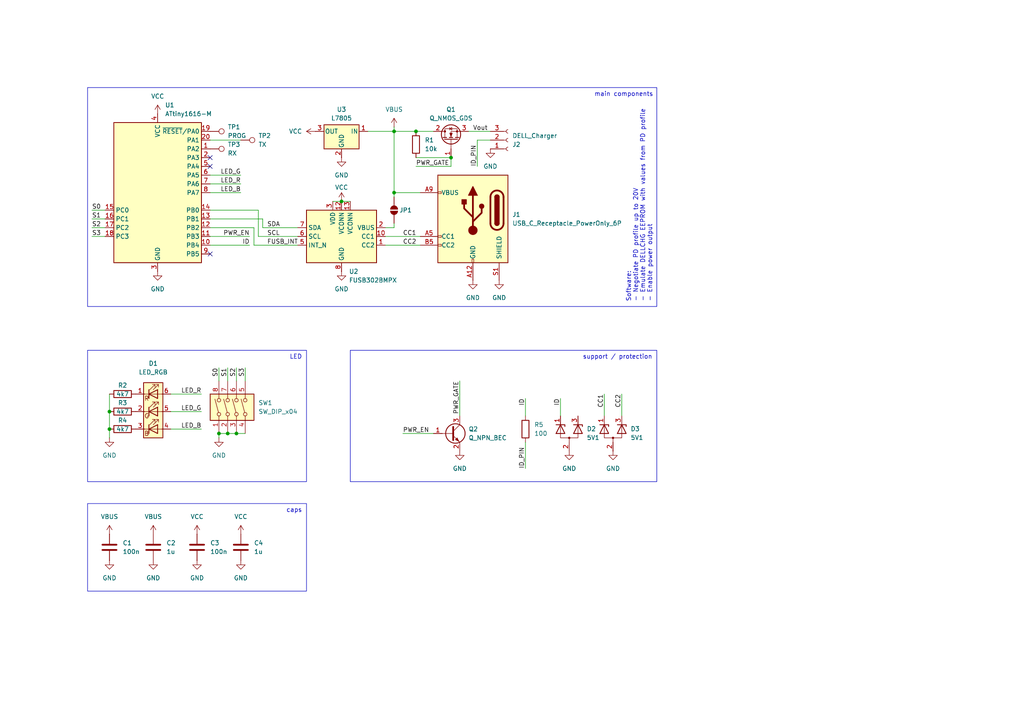
<source format=kicad_sch>
(kicad_sch (version 20250114) (generator "eeschema") (generator_version "9.0")
  (paper "A4")
  (title_block (title "USB Type-C to legacy Charging-Connector Adapter") (date "2025") (rev "v0.1") (company "H3"))
  (lib_symbols
    (symbol "Connector:Conn_01x03_Socket" (pin_names (offset 1.016) (hide yes))
      (property "Reference" "J" (at 0 5.08 0))
      (property "Value" "Conn_01x03_Socket" (at 0 -5.08 0))
      (symbol "Conn_01x03_Socket_1_1"
        (polyline (pts (xy -1.27 2.54) (xy -0.508 2.54)) (stroke (width 0.1524)))
        (polyline (pts (xy -1.27 0) (xy -0.508 0)) (stroke (width 0.1524)))
        (polyline (pts (xy -1.27 -2.54) (xy -0.508 -2.54)) (stroke (width 0.1524)))
        (arc (start 0 2.032) (mid -0.5058 2.54) (end 0 3.048) (stroke (width 0.1524)))
        (arc (start 0 -0.508) (mid -0.5058 0) (end 0 0.508) (stroke (width 0.1524)))
        (arc (start 0 -3.048) (mid -0.5058 -2.54) (end 0 -2.032) (stroke (width 0.1524)))
        (pin passive line (at -5.08 2.54 0) (length 3.81) (name "Pin_1") (number "1"))
        (pin passive line (at -5.08 0 0) (length 3.81) (name "Pin_2") (number "2"))
        (pin passive line (at -5.08 -2.54 0) (length 3.81) (name "Pin_3") (number "3"))
      )
    )
    (symbol "Connector:TestPoint" (pin_numbers (hide yes)) (pin_names (offset 0.762) (hide yes))
      (property "Reference" "TP" (at 0 6.858 0))
      (property "Value" "TestPoint" (at 0 5.08 0))
      (symbol "TestPoint_0_1"
        (circle (center 0 3.302) (radius 0.762))
      )
      (symbol "TestPoint_1_1"
        (pin passive line (at 0 0 90) (length 2.54) (name "1") (number "1"))
      )
    )
    (symbol "Connector:USB_C_Receptacle_PowerOnly_6P" (pin_names (offset 1.016))
      (property "Reference" "J" (at 0 16.51 0))
      (property "Value" "USB_C_Receptacle_PowerOnly_6P" (at 0 13.97 0))
      (symbol "USB_C_Receptacle_PowerOnly_6P_0_0"
        (rectangle (start -0.254 -12.7) (end 0.254 -11.684))
        (rectangle (start 10.16 7.874) (end 9.144 7.366))
        (rectangle (start 10.16 -4.826) (end 9.144 -5.334))
        (rectangle (start 10.16 -7.366) (end 9.144 -7.874))
      )
      (symbol "USB_C_Receptacle_PowerOnly_6P_0_1"
        (rectangle (start -10.16 12.7) (end 10.16 -12.7) (stroke (width 0.254)) (fill (type background)))
        (polyline (pts (xy -8.89 -1.27) (xy -8.89 6.35)) (stroke (width 0.508)))
        (rectangle (start -7.62 -1.27) (end -6.35 6.35) (stroke (width 0.254)) (fill (type outline)))
        (arc (start -7.62 6.35) (mid -6.985 6.9823) (end -6.35 6.35) (stroke (width 0.254)))
        (arc (start -7.62 6.35) (mid -6.985 6.9823) (end -6.35 6.35) (stroke (width 0.254)) (fill (type outline)))
        (arc (start -8.89 6.35) (mid -6.985 8.2467) (end -5.08 6.35) (stroke (width 0.508)))
        (arc (start -5.08 -1.27) (mid -6.985 -3.1667) (end -8.89 -1.27) (stroke (width 0.508)))
        (arc (start -6.35 -1.27) (mid -6.985 -1.9023) (end -7.62 -1.27) (stroke (width 0.254)))
        (arc (start -6.35 -1.27) (mid -6.985 -1.9023) (end -7.62 -1.27) (stroke (width 0.254)) (fill (type outline)))
        (polyline (pts (xy -5.08 6.35) (xy -5.08 -1.27)) (stroke (width 0.508)))
        (circle (center -2.54 3.683) (radius 0.635) (stroke (width 0.254)) (fill (type outline)))
        (polyline (pts (xy -1.27 6.858) (xy 0 9.398) (xy 1.27 6.858) (xy -1.27 6.858)) (stroke (width 0.254)) (fill (type outline)))
        (polyline (pts (xy 0 0.508) (xy 2.54 3.048) (xy 2.54 4.318)) (stroke (width 0.508)))
        (polyline (pts (xy 0 -0.762) (xy -2.54 1.778) (xy -2.54 3.048)) (stroke (width 0.508)))
        (polyline (pts (xy 0 -3.302) (xy 0 6.858)) (stroke (width 0.508)))
        (circle (center 0 -3.302) (radius 1.27) (fill (type outline)))
        (rectangle (start 1.905 4.318) (end 3.175 5.588) (stroke (width 0.254)) (fill (type outline)))
      )
      (symbol "USB_C_Receptacle_PowerOnly_6P_1_1"
        (pin passive line (at -7.62 -17.78 90) (length 5.08) (name "SHIELD") (number "S1"))
        (pin passive line (at 0 -17.78 90) (length 5.08) (name "GND") (number "A12"))
        (pin passive line (at 0 -17.78 90) (length 5.08) (hide yes) (name "GND") (number "B12"))
        (pin passive line (at 15.24 7.62 180) (length 5.08) (name "VBUS") (number "A9"))
        (pin passive line (at 15.24 7.62 180) (length 5.08) (hide yes) (name "VBUS") (number "B9"))
        (pin bidirectional line (at 15.24 -5.08 180) (length 5.08) (name "CC1") (number "A5"))
        (pin bidirectional line (at 15.24 -7.62 180) (length 5.08) (name "CC2") (number "B5"))
      )
    )
    (symbol "Device:C" (pin_numbers (hide yes)) (pin_names (offset 0.254))
      (property "Reference" "C" (at 0.635 2.54 0))
      (property "Value" "C" (at 0.635 -2.54 0))
      (symbol "C_0_1"
        (polyline (pts (xy -2.032 0.762) (xy 2.032 0.762)) (stroke (width 0.508)))
        (polyline (pts (xy -2.032 -0.762) (xy 2.032 -0.762)) (stroke (width 0.508)))
      )
      (symbol "C_1_1"
        (pin passive line (at 0 3.81 270) (length 2.794) (name "~") (number "1"))
        (pin passive line (at 0 -3.81 90) (length 2.794) (name "~") (number "2"))
      )
    )
    (symbol "Device:D_Zener_Dual_CommonAnode_KAK_Parallel" (pin_names (offset 0.762) (hide yes))
      (property "Reference" "D" (at 0 5.08 0))
      (property "Value" "D_Zener_Dual_CommonAnode_KAK_Parallel" (at 0 -5.08 0))
      (symbol "D_Zener_Dual_CommonAnode_KAK_Parallel_0_0"
        (polyline (pts (xy 2.032 1.27) (xy 2.54 1.27) (xy 2.54 3.81)) (stroke (width 0.254)))
        (polyline (pts (xy 2.54 -1.27) (xy 2.54 -3.81) (xy 2.032 -3.81)) (stroke (width 0.254)))
      )
      (symbol "D_Zener_Dual_CommonAnode_KAK_Parallel_0_1"
        (circle (center -1.27 0) (radius 0.254) (fill (type outline)))
        (polyline (pts (xy -1.27 0) (xy -2.54 0)))
        (polyline (pts (xy 0 3.81) (xy 2.54 2.54) (xy 0 1.27) (xy 0 3.81) (xy 0 3.81) (xy 0 3.81)) (stroke (width 0.254)))
        (polyline (pts (xy 0 -1.27) (xy 2.54 -2.54) (xy 0 -3.81) (xy 0 -1.27) (xy 0 -1.27) (xy 0 -1.27)) (stroke (width 0.254)))
        (polyline (pts (xy 2.54 2.54) (xy -1.27 2.54) (xy -1.27 -2.54) (xy 2.54 -2.54)))
        (pin passive line (at -5.08 0 0) (length 2.54) (name "A") (number "2"))
        (pin passive line (at 5.08 2.54 180) (length 2.54) (name "K") (number "1"))
        (pin passive line (at 5.08 -2.54 180) (length 2.54) (name "K") (number "3"))
      )
    )
    (symbol "Device:LED_RGB" (pin_names (offset 0) (hide yes))
      (property "Reference" "D" (at 0 9.398 0))
      (property "Value" "LED_RGB" (at 0 -8.89 0))
      (symbol "LED_RGB_0_0"
        (text "R" (at -1.905 3.81 0) (effects (font (size 1.27 1.27))))
        (text "G" (at -1.905 -1.27 0) (effects (font (size 1.27 1.27))))
        (text "B" (at -1.905 -6.35 0) (effects (font (size 1.27 1.27))))
      )
      (symbol "LED_RGB_0_1"
        (polyline (pts (xy -1.27 6.35) (xy -1.27 3.81)) (stroke (width 0.254)))
        (polyline (pts (xy -1.27 6.35) (xy -1.27 3.81) (xy -1.27 3.81)))
        (polyline (pts (xy -1.27 5.08) (xy -2.54 5.08)))
        (polyline (pts (xy -1.27 5.08) (xy 1.27 5.08)))
        (polyline (pts (xy -1.27 1.27) (xy -1.27 -1.27)) (stroke (width 0.254)))
        (polyline (pts (xy -1.27 1.27) (xy -1.27 -1.27) (xy -1.27 -1.27)))
        (polyline (pts (xy -1.27 0) (xy -2.54 0)))
        (polyline (pts (xy -1.27 -3.81) (xy -1.27 -6.35)) (stroke (width 0.254)))
        (polyline (pts (xy -1.27 -5.08) (xy -2.54 -5.08)))
        (polyline (pts (xy -1.27 -5.08) (xy 1.27 -5.08)))
        (polyline (pts (xy -1.016 6.35) (xy 0.508 7.874) (xy -0.254 7.874) (xy 0.508 7.874) (xy 0.508 7.112)))
        (polyline (pts (xy -1.016 1.27) (xy 0.508 2.794) (xy -0.254 2.794) (xy 0.508 2.794) (xy 0.508 2.032)))
        (polyline (pts (xy -1.016 -3.81) (xy 0.508 -2.286) (xy -0.254 -2.286) (xy 0.508 -2.286) (xy 0.508 -3.048)))
        (polyline (pts (xy 0 6.35) (xy 1.524 7.874) (xy 0.762 7.874) (xy 1.524 7.874) (xy 1.524 7.112)))
        (polyline (pts (xy 0 1.27) (xy 1.524 2.794) (xy 0.762 2.794) (xy 1.524 2.794) (xy 1.524 2.032)))
        (polyline (pts (xy 0 -3.81) (xy 1.524 -2.286) (xy 0.762 -2.286) (xy 1.524 -2.286) (xy 1.524 -3.048)))
        (polyline (pts (xy 1.27 6.35) (xy 1.27 3.81) (xy -1.27 5.08) (xy 1.27 6.35)) (stroke (width 0.254)))
        (rectangle (start 1.27 6.35) (end 1.27 6.35))
        (polyline (pts (xy 1.27 5.08) (xy 2.54 5.08)))
        (rectangle (start 1.27 3.81) (end 1.27 6.35))
        (polyline (pts (xy 1.27 1.27) (xy 1.27 -1.27) (xy -1.27 0) (xy 1.27 1.27)) (stroke (width 0.254)))
        (rectangle (start 1.27 1.27) (end 1.27 1.27))
        (polyline (pts (xy 1.27 0) (xy -1.27 0)))
        (polyline (pts (xy 1.27 0) (xy 2.54 0)))
        (rectangle (start 1.27 -1.27) (end 1.27 1.27))
        (polyline (pts (xy 1.27 -3.81) (xy 1.27 -6.35) (xy -1.27 -5.08) (xy 1.27 -3.81)) (stroke (width 0.254)))
        (polyline (pts (xy 1.27 -5.08) (xy 2.54 -5.08)))
        (rectangle (start 2.794 8.382) (end -2.794 -7.62) (stroke (width 0.254)) (fill (type background)))
      )
      (symbol "LED_RGB_1_1"
        (pin passive line (at -5.08 5.08 0) (length 2.54) (name "RK") (number "1"))
        (pin passive line (at -5.08 0 0) (length 2.54) (name "GK") (number "2"))
        (pin passive line (at -5.08 -5.08 0) (length 2.54) (name "BK") (number "3"))
        (pin passive line (at 5.08 5.08 180) (length 2.54) (name "RA") (number "6"))
        (pin passive line (at 5.08 0 180) (length 2.54) (name "GA") (number "5"))
        (pin passive line (at 5.08 -5.08 180) (length 2.54) (name "BA") (number "4"))
      )
    )
    (symbol "Device:R" (pin_numbers (hide yes)) (pin_names (offset 0))
      (property "Reference" "R" (at 2.032 0 90))
      (property "Value" "R" (at 0 0 90))
      (symbol "R_0_1"
        (rectangle (start -1.016 -2.54) (end 1.016 2.54) (stroke (width 0.254)))
      )
      (symbol "R_1_1"
        (pin passive line (at 0 3.81 270) (length 1.27) (name "~") (number "1"))
        (pin passive line (at 0 -3.81 90) (length 1.27) (name "~") (number "2"))
      )
    )
    (symbol "Interface_USB:FUSB302BMPX"
      (property "Reference" "U" (at -10.16 8.89 0))
      (property "Value" "FUSB302BMPX" (at 3.81 8.89 0))
      (symbol "FUSB302BMPX_0_1"
        (rectangle (start -10.16 7.62) (end 10.16 -7.62) (stroke (width 0.254)) (fill (type background)))
      )
      (symbol "FUSB302BMPX_1_1"
        (pin bidirectional line (at -12.7 2.54 0) (length 2.54) (name "SDA") (number "7"))
        (pin input line (at -12.7 0 0) (length 2.54) (name "SCL") (number "6"))
        (pin open_collector line (at -12.7 -2.54 0) (length 2.54) (name "INT_N") (number "5"))
        (pin power_in line (at -2.54 10.16 270) (length 2.54) (name "VDD") (number "3"))
        (pin passive line (at -2.54 10.16 270) (length 2.54) (hide yes) (name "VDD") (number "4"))
        (pin power_in line (at 0 10.16 270) (length 2.54) (name "VCONN") (number "12"))
        (pin passive line (at 0 -10.16 90) (length 2.54) (hide yes) (name "GND") (number "15"))
        (pin power_in line (at 0 -10.16 90) (length 2.54) (name "GND") (number "8"))
        (pin passive line (at 0 -10.16 90) (length 2.54) (hide yes) (name "GND") (number "9"))
        (pin power_in line (at 2.54 10.16 270) (length 2.54) (name "VCONN") (number "13"))
        (pin input line (at 12.7 2.54 180) (length 2.54) (name "VBUS") (number "2"))
        (pin bidirectional line (at 12.7 0 180) (length 2.54) (name "CC1") (number "10"))
        (pin bidirectional line (at 12.7 0 180) (length 2.54) (hide yes) (name "CC1") (number "11"))
        (pin bidirectional line (at 12.7 -2.54 180) (length 2.54) (name "CC2") (number "1"))
        (pin bidirectional line (at 12.7 -2.54 180) (length 2.54) (hide yes) (name "CC2") (number "14"))
      )
    )
    (symbol "Jumper:SolderJumper_2_Open" (pin_numbers (hide yes)) (pin_names (offset 0) (hide yes)) (in_bom no)
      (property "Reference" "JP" (at 0 2.032 0))
      (property "Value" "SolderJumper_2_Open" (at 0 -2.54 0))
      (symbol "SolderJumper_2_Open_0_1"
        (polyline (pts (xy -0.254 1.016) (xy -0.254 -1.016)))
        (arc (start -0.254 -1.016) (mid -1.2656 0) (end -0.254 1.016))
        (arc (start -0.254 -1.016) (mid -1.2656 0) (end -0.254 1.016) (fill (type outline)))
        (arc (start 0.254 1.016) (mid 1.2656 0) (end 0.254 -1.016))
        (arc (start 0.254 1.016) (mid 1.2656 0) (end 0.254 -1.016) (fill (type outline)))
        (polyline (pts (xy 0.254 1.016) (xy 0.254 -1.016)))
      )
      (symbol "SolderJumper_2_Open_1_1"
        (pin passive line (at -3.81 0 0) (length 2.54) (name "A") (number "1"))
        (pin passive line (at 3.81 0 180) (length 2.54) (name "B") (number "2"))
      )
    )
    (symbol "MCU_Microchip_ATtiny:ATtiny1616-M"
      (property "Reference" "U" (at -12.7 21.59 0))
      (property "Value" "ATtiny1616-M" (at 2.54 -21.59 0))
      (symbol "ATtiny1616-M_0_1"
        (rectangle (start -12.7 -20.32) (end 12.7 20.32) (stroke (width 0.254)) (fill (type background)))
      )
      (symbol "ATtiny1616-M_1_1"
        (pin bidirectional line (at -15.24 -5.08 0) (length 2.54) (name "PC0") (number "15"))
        (pin bidirectional line (at -15.24 -7.62 0) (length 2.54) (name "PC1") (number "16"))
        (pin bidirectional line (at -15.24 -10.16 0) (length 2.54) (name "PC2") (number "17"))
        (pin bidirectional line (at -15.24 -12.7 0) (length 2.54) (name "PC3") (number "18"))
        (pin power_in line (at 0 22.86 270) (length 2.54) (name "VCC") (number "4"))
        (pin passive line (at 0 -22.86 90) (length 2.54) (hide yes) (name "GND") (number "21"))
        (pin power_in line (at 0 -22.86 90) (length 2.54) (name "GND") (number "3"))
        (pin bidirectional line (at 15.24 17.78 180) (length 2.54) (name "~{RESET}/PA0") (number "19"))
        (pin bidirectional line (at 15.24 15.24 180) (length 2.54) (name "PA1") (number "20"))
        (pin bidirectional line (at 15.24 12.7 180) (length 2.54) (name "PA2") (number "1"))
        (pin bidirectional line (at 15.24 10.16 180) (length 2.54) (name "PA3") (number "2"))
        (pin bidirectional line (at 15.24 7.62 180) (length 2.54) (name "PA4") (number "5"))
        (pin bidirectional line (at 15.24 5.08 180) (length 2.54) (name "PA5") (number "6"))
        (pin bidirectional line (at 15.24 2.54 180) (length 2.54) (name "PA6") (number "7"))
        (pin bidirectional line (at 15.24 0 180) (length 2.54) (name "PA7") (number "8"))
        (pin bidirectional line (at 15.24 -5.08 180) (length 2.54) (name "PB0") (number "14"))
        (pin bidirectional line (at 15.24 -7.62 180) (length 2.54) (name "PB1") (number "13"))
        (pin bidirectional line (at 15.24 -10.16 180) (length 2.54) (name "PB2") (number "12"))
        (pin bidirectional line (at 15.24 -12.7 180) (length 2.54) (name "PB3") (number "11"))
        (pin bidirectional line (at 15.24 -15.24 180) (length 2.54) (name "PB4") (number "10"))
        (pin bidirectional line (at 15.24 -17.78 180) (length 2.54) (name "PB5") (number "9"))
      )
    )
    (symbol "Regulator_Linear:L7805" (pin_names (offset 0.254))
      (property "Reference" "U" (at -3.81 3.175 0))
      (property "Value" "L7805" (at 0 3.175 0))
      (symbol "L7805_0_1"
        (rectangle (start -5.08 1.905) (end 5.08 -5.08) (stroke (width 0.254)) (fill (type background)))
      )
      (symbol "L7805_1_1"
        (pin power_in line (at -7.62 0 0) (length 2.54) (name "IN") (number "1"))
        (pin power_in line (at 0 -7.62 90) (length 2.54) (name "GND") (number "2"))
        (pin power_out line (at 7.62 0 180) (length 2.54) (name "OUT") (number "3"))
      )
    )
    (symbol "Switch:SW_DIP_x04" (pin_names (offset 0) (hide yes))
      (property "Reference" "SW" (at 0 8.89 0))
      (property "Value" "SW_DIP_x04" (at 0 -6.35 0))
      (symbol "SW_DIP_x04_0_0"
        (circle (center -2.032 5.08) (radius 0.508))
        (circle (center -2.032 2.54) (radius 0.508))
        (circle (center -2.032 0) (radius 0.508))
        (circle (center -2.032 -2.54) (radius 0.508))
        (polyline (pts (xy -1.524 5.207) (xy 2.3622 6.2484)))
        (polyline (pts (xy -1.524 2.667) (xy 2.3622 3.7084)))
        (polyline (pts (xy -1.524 0.127) (xy 2.3622 1.1684)))
        (polyline (pts (xy -1.524 -2.3876) (xy 2.3622 -1.3462)))
        (circle (center 2.032 5.08) (radius 0.508))
        (circle (center 2.032 2.54) (radius 0.508))
        (circle (center 2.032 0) (radius 0.508))
        (circle (center 2.032 -2.54) (radius 0.508))
      )
      (symbol "SW_DIP_x04_0_1"
        (rectangle (start -3.81 7.62) (end 3.81 -5.08) (stroke (width 0.254)) (fill (type background)))
      )
      (symbol "SW_DIP_x04_1_1"
        (pin passive line (at -7.62 5.08 0) (length 5.08) (name "~") (number "1"))
        (pin passive line (at -7.62 2.54 0) (length 5.08) (name "~") (number "2"))
        (pin passive line (at -7.62 0 0) (length 5.08) (name "~") (number "3"))
        (pin passive line (at -7.62 -2.54 0) (length 5.08) (name "~") (number "4"))
        (pin passive line (at 7.62 5.08 180) (length 5.08) (name "~") (number "8"))
        (pin passive line (at 7.62 2.54 180) (length 5.08) (name "~") (number "7"))
        (pin passive line (at 7.62 0 180) (length 5.08) (name "~") (number "6"))
        (pin passive line (at 7.62 -2.54 180) (length 5.08) (name "~") (number "5"))
      )
    )
    (symbol "Transistor_BJT:Q_NPN_BEC" (pin_names (offset 0) (hide yes))
      (property "Reference" "Q" (at 5.08 1.27 0))
      (property "Value" "Q_NPN_BEC" (at 5.08 -1.27 0))
      (symbol "Q_NPN_BEC_0_1"
        (polyline (pts (xy -2.54 0) (xy 0.635 0)))
        (polyline (pts (xy 0.635 1.905) (xy 0.635 -1.905)) (stroke (width 0.508)))
        (circle (center 1.27 0) (radius 2.8194) (stroke (width 0.254)))
      )
      (symbol "Q_NPN_BEC_1_1"
        (polyline (pts (xy 0.635 0.635) (xy 2.54 2.54)))
        (polyline (pts (xy 0.635 -0.635) (xy 2.54 -2.54)))
        (polyline (pts (xy 1.27 -1.778) (xy 1.778 -1.27) (xy 2.286 -2.286) (xy 1.27 -1.778)) (fill (type outline)))
        (pin input line (at -5.08 0 0) (length 2.54) (name "B") (number "1"))
        (pin passive line (at 2.54 5.08 270) (length 2.54) (name "C") (number "3"))
        (pin passive line (at 2.54 -5.08 90) (length 2.54) (name "E") (number "2"))
      )
    )
    (symbol "Transistor_FET:Q_NMOS_GDS" (pin_names (offset 0) (hide yes))
      (property "Reference" "Q" (at 5.08 1.905 0))
      (property "Value" "Q_NMOS_GDS" (at 5.08 0 0))
      (symbol "Q_NMOS_GDS_0_1"
        (polyline (pts (xy 0.254 1.905) (xy 0.254 -1.905)) (stroke (width 0.254)))
        (polyline (pts (xy 0.254 0) (xy -2.54 0)))
        (polyline (pts (xy 0.762 2.286) (xy 0.762 1.27)) (stroke (width 0.254)))
        (polyline (pts (xy 0.762 0.508) (xy 0.762 -0.508)) (stroke (width 0.254)))
        (polyline (pts (xy 0.762 -1.27) (xy 0.762 -2.286)) (stroke (width 0.254)))
        (polyline (pts (xy 0.762 -1.778) (xy 3.302 -1.778) (xy 3.302 1.778) (xy 0.762 1.778)))
        (polyline (pts (xy 1.016 0) (xy 2.032 0.381) (xy 2.032 -0.381) (xy 1.016 0)) (fill (type outline)))
        (circle (center 1.651 0) (radius 2.794) (stroke (width 0.254)))
        (polyline (pts (xy 2.54 2.54) (xy 2.54 1.778)))
        (circle (center 2.54 1.778) (radius 0.254) (fill (type outline)))
        (circle (center 2.54 -1.778) (radius 0.254) (fill (type outline)))
        (polyline (pts (xy 2.54 -2.54) (xy 2.54 0) (xy 0.762 0)))
        (polyline (pts (xy 2.921 0.381) (xy 3.683 0.381)))
        (polyline (pts (xy 3.302 0.381) (xy 2.921 -0.254) (xy 3.683 -0.254) (xy 3.302 0.381)))
      )
      (symbol "Q_NMOS_GDS_1_1"
        (pin input line (at -5.08 0 0) (length 2.54) (name "G") (number "1"))
        (pin passive line (at 2.54 5.08 270) (length 2.54) (name "D") (number "2"))
        (pin passive line (at 2.54 -5.08 90) (length 2.54) (name "S") (number "3"))
      )
    )
    (symbol "power:GND" (power) (pin_numbers (hide yes)) (pin_names (offset 0) (hide yes))
      (property "Value" "GND" (at 0 -3.81 0))
      (symbol "GND_0_1"
        (polyline (pts (xy 0 0) (xy 0 -1.27) (xy 1.27 -1.27) (xy 0 -2.54) (xy -1.27 -1.27) (xy 0 -1.27)))
      )
      (symbol "GND_1_1"
        (pin power_in line (at 0 0 270) (length 0) (name "~") (number "1"))
      )
    )
    (symbol "power:VBUS" (power) (pin_numbers (hide yes)) (pin_names (offset 0) (hide yes))
      (property "Value" "VBUS" (at 0 3.556 0))
      (symbol "VBUS_0_1"
        (polyline (pts (xy -0.762 1.27) (xy 0 2.54)))
        (polyline (pts (xy 0 2.54) (xy 0.762 1.27)))
        (polyline (pts (xy 0 0) (xy 0 2.54)))
      )
      (symbol "VBUS_1_1"
        (pin power_in line (at 0 0 90) (length 0) (name "~") (number "1"))
      )
    )
    (symbol "power:VCC" (power) (pin_numbers (hide yes)) (pin_names (offset 0) (hide yes))
      (property "Value" "VCC" (at 0 3.556 0))
      (symbol "VCC_0_1"
        (polyline (pts (xy -0.762 1.27) (xy 0 2.54)))
        (polyline (pts (xy 0 2.54) (xy 0.762 1.27)))
        (polyline (pts (xy 0 0) (xy 0 2.54)))
      )
      (symbol "VCC_1_1"
        (pin power_in line (at 0 0 90) (length 0) (name "~") (number "1"))
      )
    )
  )
  (rectangle (start 101.6 101.6) (end 190.5 139.7))
  (rectangle (start 25.4 146.05) (end 88.9 171.45))
  (rectangle (start 25.4 101.6) (end 88.9 139.7))
  (rectangle (start 25.4 25.4) (end 190.5 88.9))
  (text "caps" (at 87.63 147.32 0) (effects (font (size 1.27 1.27)) (justify right top)))
  (text "Software:\n- Negotiate PD profile up to 20V\n- Emulate DELLCHG EEPROM with values from PD profile\n- Enable power output" (at 189.23 87.63 90) (effects (font (size 1.27 1.27)) (justify left bottom)))
  (text "LED" (at 87.63 102.87 0) (effects (font (size 1.27 1.27)) (justify right top)))
  (text "support / protection" (at 189.23 102.87 0) (effects (font (size 1.27 1.27)) (justify right top)))
  (text "main components" (at 189.484 26.67 0) (effects (font (size 1.27 1.27)) (justify right top)))
  (junction (at 63.5 125.73))
  (junction (at 114.3 55.88))
  (junction (at 120.65 38.1))
  (junction (at 31.75 124.46))
  (junction (at 130.81 45.72))
  (junction (at 31.75 119.38))
  (junction (at 99.06 58.42))
  (junction (at 114.3 38.1))
  (junction (at 66.04 125.73))
  (junction (at 68.58 125.73))
  (no_connect (at 60.96 73.66))
  (no_connect (at 60.96 48.26))
  (no_connect (at 60.96 45.72))
  (wire (pts (xy 26.67 60.96) (xy 30.48 60.96)))
  (wire (pts (xy 31.75 124.46) (xy 31.75 127)))
  (wire (pts (xy 63.5 106.68) (xy 63.5 110.49)))
  (wire (pts (xy 135.89 38.1) (xy 142.24 38.1)))
  (wire (pts (xy 111.76 66.04) (xy 114.3 66.04)))
  (wire (pts (xy 120.65 45.72) (xy 130.81 45.72)))
  (wire (pts (xy 63.5 125.73) (xy 66.04 125.73)))
  (wire (pts (xy 60.96 63.5) (xy 76.2 63.5)))
  (wire (pts (xy 63.5 125.73) (xy 63.5 127)))
  (wire (pts (xy 152.4 128.27) (xy 152.4 135.89)))
  (wire (pts (xy 73.66 71.12) (xy 73.66 66.04)))
  (wire (pts (xy 26.67 66.04) (xy 30.48 66.04)))
  (wire (pts (xy 66.04 106.68) (xy 66.04 110.49)))
  (wire (pts (xy 73.66 66.04) (xy 60.96 66.04)))
  (wire (pts (xy 31.75 114.3) (xy 31.75 119.38)))
  (wire (pts (xy 73.66 71.12) (xy 86.36 71.12)))
  (wire (pts (xy 60.96 60.96) (xy 74.93 60.96)))
  (wire (pts (xy 76.2 66.04) (xy 86.36 66.04)))
  (wire (pts (xy 60.96 68.58) (xy 72.39 68.58)))
  (wire (pts (xy 175.26 114.3) (xy 175.26 120.65)))
  (wire (pts (xy 74.93 60.96) (xy 74.93 68.58)))
  (wire (pts (xy 49.53 114.3) (xy 58.42 114.3)))
  (wire (pts (xy 99.06 58.42) (xy 101.6 58.42)))
  (wire (pts (xy 130.81 48.26) (xy 130.81 45.72)))
  (wire (pts (xy 26.67 63.5) (xy 30.48 63.5)))
  (wire (pts (xy 116.84 125.73) (xy 125.73 125.73)))
  (wire (pts (xy 31.75 119.38) (xy 31.75 124.46)))
  (wire (pts (xy 120.65 38.1) (xy 125.73 38.1)))
  (wire (pts (xy 114.3 57.15) (xy 114.3 55.88)))
  (wire (pts (xy 180.34 114.3) (xy 180.34 120.65)))
  (wire (pts (xy 120.65 48.26) (xy 130.81 48.26)))
  (wire (pts (xy 114.3 36.83) (xy 114.3 38.1)))
  (wire (pts (xy 106.68 38.1) (xy 114.3 38.1)))
  (wire (pts (xy 162.56 115.57) (xy 162.56 120.65)))
  (wire (pts (xy 138.43 40.64) (xy 142.24 40.64)))
  (wire (pts (xy 68.58 106.68) (xy 68.58 110.49)))
  (wire (pts (xy 114.3 55.88) (xy 121.92 55.88)))
  (wire (pts (xy 111.76 71.12) (xy 121.92 71.12)))
  (wire (pts (xy 49.53 119.38) (xy 58.42 119.38)))
  (wire (pts (xy 49.53 124.46) (xy 58.42 124.46)))
  (wire (pts (xy 99.06 58.42) (xy 96.52 58.42)))
  (wire (pts (xy 60.96 53.34) (xy 69.85 53.34)))
  (wire (pts (xy 68.58 125.73) (xy 71.12 125.73)))
  (wire (pts (xy 111.76 68.58) (xy 121.92 68.58)))
  (wire (pts (xy 133.35 110.49) (xy 133.35 120.65)))
  (wire (pts (xy 74.93 68.58) (xy 86.36 68.58)))
  (wire (pts (xy 60.96 55.88) (xy 69.85 55.88)))
  (wire (pts (xy 69.85 40.64) (xy 60.96 40.64)))
  (wire (pts (xy 114.3 66.04) (xy 114.3 64.77)))
  (wire (pts (xy 114.3 38.1) (xy 120.65 38.1)))
  (wire (pts (xy 152.4 115.57) (xy 152.4 120.65)))
  (wire (pts (xy 76.2 66.04) (xy 76.2 63.5)))
  (wire (pts (xy 60.96 50.8) (xy 69.85 50.8)))
  (wire (pts (xy 114.3 38.1) (xy 114.3 55.88)))
  (wire (pts (xy 60.96 71.12) (xy 72.39 71.12)))
  (wire (pts (xy 71.12 106.68) (xy 71.12 110.49)))
  (wire (pts (xy 66.04 125.73) (xy 68.58 125.73)))
  (wire (pts (xy 26.67 68.58) (xy 30.48 68.58)))
  (wire (pts (xy 138.43 48.26) (xy 138.43 40.64)))
  (label "S1" (at 26.67 63.5 0))
  (label "S1" (at 66.04 106.68 270))
  (label "SCL" (at 77.47 68.58 0))
  (label "ID_PIN" (at 138.43 48.26 90))
  (label "CC1" (at 116.84 68.58 0))
  (label "LED_R" (at 58.42 114.3 180))
  (label "LED_G" (at 58.42 119.38 180))
  (label "ID" (at 152.4 115.57 270))
  (label "LED_G" (at 69.85 50.8 180))
  (label "ID" (at 162.56 115.57 270))
  (label "ID" (at 72.39 71.12 180))
  (label "S0" (at 26.67 60.96 0))
  (label "S0" (at 63.5 106.68 270))
  (label "CC2" (at 180.34 114.3 270))
  (label "S3" (at 71.12 106.68 270))
  (label "Vout" (at 137.16 38.1 0))
  (label "S3" (at 26.67 68.58 0))
  (label "LED_R" (at 69.85 53.34 180))
  (label "S2" (at 26.67 66.04 0))
  (label "S2" (at 68.58 106.68 270))
  (label "CC1" (at 175.26 114.3 270))
  (label "PWR_GATE" (at 133.35 110.49 270))
  (label "LED_B" (at 69.85 55.88 180))
  (label "ID_PIN" (at 152.4 135.89 90))
  (label "SDA" (at 77.47 66.04 0))
  (label "PWR_EN" (at 116.84 125.73 0))
  (label "LED_B" (at 58.42 124.46 180))
  (label "PWR_EN" (at 72.39 68.58 180))
  (label "CC2" (at 116.84 71.12 0))
  (label "PWR_GATE" (at 120.65 48.26 0))
  (label "FUSB_INT" (at 77.47 71.12 0))
  (symbol (lib_id "power:VCC") (at 57.15 154.94 0) (unit 1)
    (property "Reference" "#PWR020" (effects (hide yes)))
    (property "Value" "VCC" (at 57.15 149.86 0))
    (property "Description" "Power symbol creates a global label with name \"VCC\"" (effects (hide yes)))
  )
  (symbol (lib_id "power:GND") (at 99.06 45.72 0) (unit 1)
    (property "Reference" "#PWR01" (effects (hide yes)))
    (property "Value" "GND" (at 99.06 50.8 0))
    (property "Description" "Power symbol creates a global label with name \"GND\" , ground" (effects (hide yes)))
  )
  (symbol (lib_id "power:VCC") (at 99.06 58.42 0) (unit 1)
    (property "Reference" "#PWR05" (effects (hide yes)))
    (property "Value" "VCC" (at 99.06 54.356 0))
    (property "Description" "Power symbol creates a global label with name \"VCC\"" (effects (hide yes)))
  )
  (symbol (lib_id "Interface_USB:FUSB302BMPX") (at 99.06 68.58 0) (unit 1)
    (property "Reference" "U2" (at 101.2033 78.74 0) (effects (justify left)))
    (property "Value" "FUSB302BMPX" (at 101.2033 81.28 0) (effects (justify left)))
    (property "Footprint" "Package_DFN_QFN:WQFN-14-1EP_2.5x2.5mm_P0.5mm_EP1.45x1.45mm" (effects (hide yes)))
    (property "Datasheet" "http://www.onsemi.com/pub/Collateral/FUSB302B-D.PDF" (effects (hide yes)))
    (property "Description" "Programmable USB Type-C Controller w/PD, I2C address 0x22, WQFN-14" (effects (hide yes)))
  )
  (symbol (lib_id "Device:C") (at 57.15 158.75 0) (unit 1)
    (property "Reference" "C3" (at 60.96 157.4799 0) (effects (justify left)))
    (property "Value" "100n" (at 60.96 160.0199 0) (effects (justify left)))
    (property "Footprint" "Capacitor_SMD:C_0603_1608Metric" (effects (hide yes)))
    (property "Description" "Unpolarized capacitor" (effects (hide yes)))
  )
  (symbol (lib_id "power:VCC") (at 91.44 38.1 90) (unit 1)
    (property "Reference" "#PWR04" (effects (hide yes)))
    (property "Value" "VCC" (at 87.63 38.0999 90) (effects (justify left)))
    (property "Description" "Power symbol creates a global label with name \"VCC\"" (effects (hide yes)))
  )
  (symbol (lib_id "power:GND") (at 31.75 127 0) (unit 1)
    (property "Reference" "#PWR011" (effects (hide yes)))
    (property "Value" "GND" (at 31.75 132.08 0))
    (property "Description" "Power symbol creates a global label with name \"GND\" , ground" (effects (hide yes)))
  )
  (symbol (lib_id "power:GND") (at 99.06 78.74 0) (unit 1)
    (property "Reference" "#PWR02" (effects (hide yes)))
    (property "Value" "GND" (at 99.06 83.82 0))
    (property "Description" "Power symbol creates a global label with name \"GND\" , ground" (effects (hide yes)))
  )
  (symbol (lib_id "Connector:TestPoint") (at 69.85 40.64 270) (unit 1)
    (property "Reference" "TP2" (at 74.93 39.3699 90) (effects (justify left)))
    (property "Value" "TX" (at 74.93 41.9099 90) (effects (justify left)))
    (property "Footprint" "TestPoint:TestPoint_Pad_D2.0mm" (effects (hide yes)))
    (property "Description" "test point" (effects (hide yes)))
  )
  (symbol (lib_id "power:VBUS") (at 114.3 36.83 0) (unit 1)
    (property "Reference" "#PWR09" (effects (hide yes)))
    (property "Value" "VBUS" (at 114.3 31.75 0))
    (property "Description" "Power symbol creates a global label with name \"VBUS\"" (effects (hide yes)))
  )
  (symbol (lib_id "power:GND") (at 45.72 78.74 0) (unit 1)
    (property "Reference" "#PWR03" (effects (hide yes)))
    (property "Value" "GND" (at 45.72 83.82 0))
    (property "Description" "Power symbol creates a global label with name \"GND\" , ground" (effects (hide yes)))
  )
  (symbol (lib_id "Device:C") (at 31.75 158.75 0) (unit 1)
    (property "Reference" "C1" (at 35.56 157.4799 0) (effects (justify left)))
    (property "Value" "100n" (at 35.56 160.0199 0) (effects (justify left)))
    (property "Footprint" "Capacitor_SMD:C_0603_1608Metric" (effects (hide yes)))
    (property "Description" "Unpolarized capacitor" (effects (hide yes)))
  )
  (symbol (lib_id "Device:C") (at 69.85 158.75 0) (unit 1)
    (property "Reference" "C4" (at 73.66 157.4799 0) (effects (justify left)))
    (property "Value" "1u" (at 73.66 160.0199 0) (effects (justify left)))
    (property "Footprint" "Capacitor_SMD:C_0603_1608Metric" (effects (hide yes)))
    (property "Description" "Unpolarized capacitor" (effects (hide yes)))
  )
  (symbol (lib_id "power:GND") (at 44.45 162.56 0) (unit 1)
    (property "Reference" "#PWR019" (effects (hide yes)))
    (property "Value" "GND" (at 44.45 167.64 0))
    (property "Description" "Power symbol creates a global label with name \"GND\" , ground" (effects (hide yes)))
  )
  (symbol (lib_id "power:GND") (at 69.85 162.56 0) (unit 1)
    (property "Reference" "#PWR023" (effects (hide yes)))
    (property "Value" "GND" (at 69.85 167.64 0))
    (property "Description" "Power symbol creates a global label with name \"GND\" , ground" (effects (hide yes)))
  )
  (symbol (lib_id "Device:R") (at 35.56 114.3 90) (unit 1)
    (property "Reference" "R2" (at 35.56 111.76 90))
    (property "Value" "4k7" (at 35.56 114.3 90))
    (property "Footprint" "Resistor_SMD:R_0603_1608Metric" (effects (hide yes)))
    (property "Description" "Resistor" (effects (hide yes)))
  )
  (symbol (lib_id "power:GND") (at 57.15 162.56 0) (unit 1)
    (property "Reference" "#PWR021" (effects (hide yes)))
    (property "Value" "GND" (at 57.15 167.64 0))
    (property "Description" "Power symbol creates a global label with name \"GND\" , ground" (effects (hide yes)))
  )
  (symbol (lib_id "Device:D_Zener_Dual_CommonAnode_KAK_Parallel") (at 165.1 125.73 90) (unit 1)
    (property "Reference" "D2" (at 170.18 124.3964 90) (effects (justify right)))
    (property "Value" "5V1" (at 170.18 126.9364 90) (effects (justify right)))
    (property "Footprint" "Package_TO_SOT_SMD:SOT-23" (effects (hide yes)))
    (property "Description" "Dual Zener diode, common anode on pin 1" (effects (hide yes)))
  )
  (symbol (lib_id "power:VBUS") (at 44.45 154.94 0) (unit 1)
    (property "Reference" "#PWR018" (effects (hide yes)))
    (property "Value" "VBUS" (at 44.45 149.86 0))
    (property "Description" "Power symbol creates a global label with name \"VBUS\"" (effects (hide yes)))
  )
  (symbol (lib_id "power:VCC") (at 45.72 33.02 0) (unit 1)
    (property "Reference" "#PWR06" (effects (hide yes)))
    (property "Value" "VCC" (at 45.72 27.94 0))
    (property "Description" "Power symbol creates a global label with name \"VCC\"" (effects (hide yes)))
  )
  (symbol (lib_id "power:GND") (at 144.78 81.28 0) (unit 1)
    (property "Reference" "#PWR08" (effects (hide yes)))
    (property "Value" "GND" (at 144.78 86.36 0))
    (property "Description" "Power symbol creates a global label with name \"GND\" , ground" (effects (hide yes)))
  )
  (symbol (lib_id "Device:R") (at 152.4 124.46 0) (unit 1)
    (property "Reference" "R5" (at 154.94 123.1899 0) (effects (justify left)))
    (property "Value" "100" (at 154.94 125.7299 0) (effects (justify left)))
    (property "Footprint" "Resistor_SMD:R_0603_1608Metric" (effects (hide yes)))
    (property "Description" "Resistor" (effects (hide yes)))
  )
  (symbol (lib_id "Connector:USB_C_Receptacle_PowerOnly_6P") (at 137.16 63.5 0) (mirror y) (unit 1)
    (property "Reference" "J1" (at 148.59 62.2299 0) (effects (justify right)))
    (property "Value" "USB_C_Receptacle_PowerOnly_6P" (at 148.59 64.7699 0) (effects (justify right)))
    (property "Footprint" "Connector_USB:USB_C_Receptacle_HRO_TYPE-C-31-M-17" (effects (hide yes)))
    (property "Datasheet" "https://www.usb.org/sites/default/files/documents/usb_type-c.zip" (effects (hide yes)))
    (property "Description" "USB Power-Only 6P Type-C Receptacle connector" (effects (hide yes)))
  )
  (symbol (lib_id "power:GND") (at 142.24 43.18 0) (unit 1)
    (property "Reference" "#PWR010" (effects (hide yes)))
    (property "Value" "GND" (at 142.24 48.26 0))
    (property "Description" "Power symbol creates a global label with name \"GND\" , ground" (effects (hide yes)))
  )
  (symbol (lib_id "Device:R") (at 35.56 119.38 90) (unit 1)
    (property "Reference" "R3" (at 35.56 116.84 90))
    (property "Value" "4k7" (at 35.56 119.38 90))
    (property "Footprint" "Resistor_SMD:R_0603_1608Metric" (effects (hide yes)))
    (property "Description" "Resistor" (effects (hide yes)))
  )
  (symbol (lib_id "Transistor_BJT:Q_NPN_BEC") (at 130.81 125.73 0) (unit 1)
    (property "Reference" "Q2" (at 135.89 124.4599 0) (effects (justify left)))
    (property "Value" "Q_NPN_BEC" (at 135.89 126.9999 0) (effects (justify left)))
    (property "Footprint" "Package_TO_SOT_SMD:SOT-23" (effects (hide yes)))
    (property "Description" "NPN transistor, base/emitter/collector" (effects (hide yes)))
  )
  (symbol (lib_id "Switch:SW_DIP_x04") (at 68.58 118.11 90) (unit 1)
    (property "Reference" "SW1" (at 74.93 116.8399 90) (effects (justify right)))
    (property "Value" "SW_DIP_x04" (at 74.93 119.3799 90) (effects (justify right)))
    (property "Footprint" "Button_Switch_THT:SW_DIP_SPSTx04_Slide_9.78x12.34mm_W7.62mm_P2.54mm" (effects (hide yes)))
    (property "Description" "4x DIP Switch, Single Pole Single Throw (SPST) switch, small symbol" (effects (hide yes)))
  )
  (symbol (lib_id "Connector:Conn_01x03_Socket") (at 147.32 40.64 0) (mirror x) (unit 1)
    (property "Reference" "J2" (at 148.59 41.9101 0) (effects (justify left)))
    (property "Value" "DELL_Charger" (at 148.59 39.3701 0) (effects (justify left)))
    (property "Footprint" "TerminalBlock_WAGO:TerminalBlock_WAGO_236-103_1x03_P5.00mm_45Degree" (effects (hide yes)))
    (property "Description" "Generic connector, single row, 01x03, script generated" (effects (hide yes)))
  )
  (symbol (lib_id "power:VBUS") (at 31.75 154.94 0) (unit 1)
    (property "Reference" "#PWR017" (effects (hide yes)))
    (property "Value" "VBUS" (at 31.75 149.86 0))
    (property "Description" "Power symbol creates a global label with name \"VBUS\"" (effects (hide yes)))
  )
  (symbol (lib_id "Device:C") (at 44.45 158.75 0) (unit 1)
    (property "Reference" "C2" (at 48.26 157.4799 0) (effects (justify left)))
    (property "Value" "1u" (at 48.26 160.0199 0) (effects (justify left)))
    (property "Footprint" "Capacitor_SMD:C_0603_1608Metric" (effects (hide yes)))
    (property "Description" "Unpolarized capacitor" (effects (hide yes)))
  )
  (symbol (lib_id "Device:LED_RGB") (at 44.45 119.38 0) (unit 1)
    (property "Reference" "D1" (at 44.45 105.41 0))
    (property "Value" "LED_RGB" (at 44.45 107.95 0))
    (property "Footprint" "LED_SMD:LED_RGB_5050-6" (effects (hide yes)))
    (property "Description" "RGB LED, 6 pin package" (effects (hide yes)))
  )
  (symbol (lib_id "MCU_Microchip_ATtiny:ATtiny1616-M") (at 45.72 55.88 0) (unit 1)
    (property "Reference" "U1" (at 47.8633 30.48 0) (effects (justify left)))
    (property "Value" "ATtiny1616-M" (at 47.8633 33.02 0) (effects (justify left)))
    (property "Footprint" "Package_DFN_QFN:VQFN-20-1EP_3x3mm_P0.4mm_EP1.7x1.7mm" (effects (hide yes)))
    (property "Datasheet" "http://ww1.microchip.com/downloads/en/DeviceDoc/ATtiny3216_ATtiny1616-data-sheet-40001997B.pdf" (effects (hide yes)))
    (property "Description" "20MHz, 16kB Flash, 2kB SRAM, 256B EEPROM, VQFN-20" (effects (hide yes)))
  )
  (symbol (lib_id "Jumper:SolderJumper_2_Open") (at 114.3 60.96 90) (unit 1) (in_bom no)
    (property "Reference" "JP1" (at 115.824 60.96 90) (effects (justify right)))
    (property "Value" "SolderJumper_2_Open" (effects (hide yes)))
    (property "Footprint" "Jumper:SolderJumper-2_P1.3mm_Open_TrianglePad1.0x1.5mm" (effects (hide yes)))
    (property "Description" "Solder Jumper, 2-pole, open" (effects (hide yes)))
  )
  (symbol (lib_id "Transistor_FET:Q_NMOS_GDS") (at 130.81 40.64 90) (unit 1)
    (property "Reference" "Q1" (at 130.81 31.75 90))
    (property "Value" "Q_NMOS_GDS" (at 130.81 34.29 90))
    (property "Footprint" "Package_TO_SOT_SMD:TO-252-3_TabPin2" (effects (hide yes)))
    (property "Description" "N-MOSFET transistor, gate/drain/source" (effects (hide yes)))
  )
  (symbol (lib_id "power:GND") (at 137.16 81.28 0) (unit 1)
    (property "Reference" "#PWR07" (effects (hide yes)))
    (property "Value" "GND" (at 137.16 86.36 0))
    (property "Description" "Power symbol creates a global label with name \"GND\" , ground" (effects (hide yes)))
  )
  (symbol (lib_id "Device:R") (at 35.56 124.46 90) (unit 1)
    (property "Reference" "R4" (at 35.56 121.92 90))
    (property "Value" "4k7" (at 35.56 124.46 90))
    (property "Footprint" "Resistor_SMD:R_0603_1608Metric" (effects (hide yes)))
    (property "Description" "Resistor" (effects (hide yes)))
  )
  (symbol (lib_id "Device:D_Zener_Dual_CommonAnode_KAK_Parallel") (at 177.8 125.73 90) (unit 1)
    (property "Reference" "D3" (at 182.88 124.3964 90) (effects (justify right)))
    (property "Value" "5V1" (at 182.88 126.9364 90) (effects (justify right)))
    (property "Footprint" "Package_TO_SOT_SMD:SOT-23" (effects (hide yes)))
    (property "Description" "Dual Zener diode, common anode on pin 1" (effects (hide yes)))
  )
  (symbol (lib_id "power:GND") (at 63.5 127 0) (unit 1)
    (property "Reference" "#PWR014" (effects (hide yes)))
    (property "Value" "GND" (at 63.5 132.08 0))
    (property "Description" "Power symbol creates a global label with name \"GND\" , ground" (effects (hide yes)))
  )
  (symbol (lib_id "power:VCC") (at 69.85 154.94 0) (unit 1)
    (property "Reference" "#PWR022" (effects (hide yes)))
    (property "Value" "VCC" (at 69.85 149.86 0))
    (property "Description" "Power symbol creates a global label with name \"VCC\"" (effects (hide yes)))
  )
  (symbol (lib_id "Connector:TestPoint") (at 60.96 43.18 270) (unit 1)
    (property "Reference" "TP3" (at 66.04 41.9099 90) (effects (justify left)))
    (property "Value" "RX" (at 66.04 44.4499 90) (effects (justify left)))
    (property "Footprint" "TestPoint:TestPoint_Pad_D2.0mm" (effects (hide yes)))
    (property "Description" "test point" (effects (hide yes)))
  )
  (symbol (lib_id "Device:R") (at 120.65 41.91 0) (unit 1)
    (property "Reference" "R1" (at 123.19 40.6399 0) (effects (justify left)))
    (property "Value" "10k" (at 123.19 43.1799 0) (effects (justify left)))
    (property "Footprint" "Resistor_SMD:R_0603_1608Metric" (effects (hide yes)))
    (property "Description" "Resistor" (effects (hide yes)))
  )
  (symbol (lib_id "Regulator_Linear:L7805") (at 99.06 38.1 0) (mirror y) (unit 1)
    (property "Reference" "U3" (at 99.06 31.75 0))
    (property "Value" "L7805" (at 99.06 34.29 0))
    (property "Footprint" "Package_TO_SOT_SMD:TO-252-3_TabPin2" (effects (hide yes)))
    (property "Datasheet" "http://www.st.com/content/ccc/resource/technical/document/datasheet/41/4f/b3/b0/12/d4/47/88/CD00000444.pdf/files/CD00000444.pdf/jcr:content/translations/en.CD00000444.pdf" (effects (hide yes)))
    (property "Description" "Positive 1.5A 35V Linear Regulator, Fixed Output 5V, TO-220/TO-263/TO-252" (effects (hide yes)))
  )
  (symbol (lib_id "power:GND") (at 165.1 130.81 0) (unit 1)
    (property "Reference" "#PWR012" (effects (hide yes)))
    (property "Value" "GND" (at 165.1 135.89 0))
    (property "Description" "Power symbol creates a global label with name \"GND\" , ground" (effects (hide yes)))
  )
  (symbol (lib_id "power:GND") (at 31.75 162.56 0) (unit 1)
    (property "Reference" "#PWR016" (effects (hide yes)))
    (property "Value" "GND" (at 31.75 167.64 0))
    (property "Description" "Power symbol creates a global label with name \"GND\" , ground" (effects (hide yes)))
  )
  (symbol (lib_id "Connector:TestPoint") (at 60.96 38.1 270) (unit 1)
    (property "Reference" "TP1" (at 66.04 36.8299 90) (effects (justify left)))
    (property "Value" "PROG" (at 66.04 39.3699 90) (effects (justify left)))
    (property "Footprint" "TestPoint:TestPoint_Pad_D2.0mm" (effects (hide yes)))
    (property "Description" "test point" (effects (hide yes)))
  )
  (symbol (lib_id "power:GND") (at 177.8 130.81 0) (unit 1)
    (property "Reference" "#PWR013" (effects (hide yes)))
    (property "Value" "GND" (at 177.8 135.89 0))
    (property "Description" "Power symbol creates a global label with name \"GND\" , ground" (effects (hide yes)))
  )
  (symbol (lib_id "power:GND") (at 133.35 130.81 0) (unit 1)
    (property "Reference" "#PWR015" (effects (hide yes)))
    (property "Value" "GND" (at 133.35 135.89 0))
    (property "Description" "Power symbol creates a global label with name \"GND\" , ground" (effects (hide yes)))
  )
)
</source>
